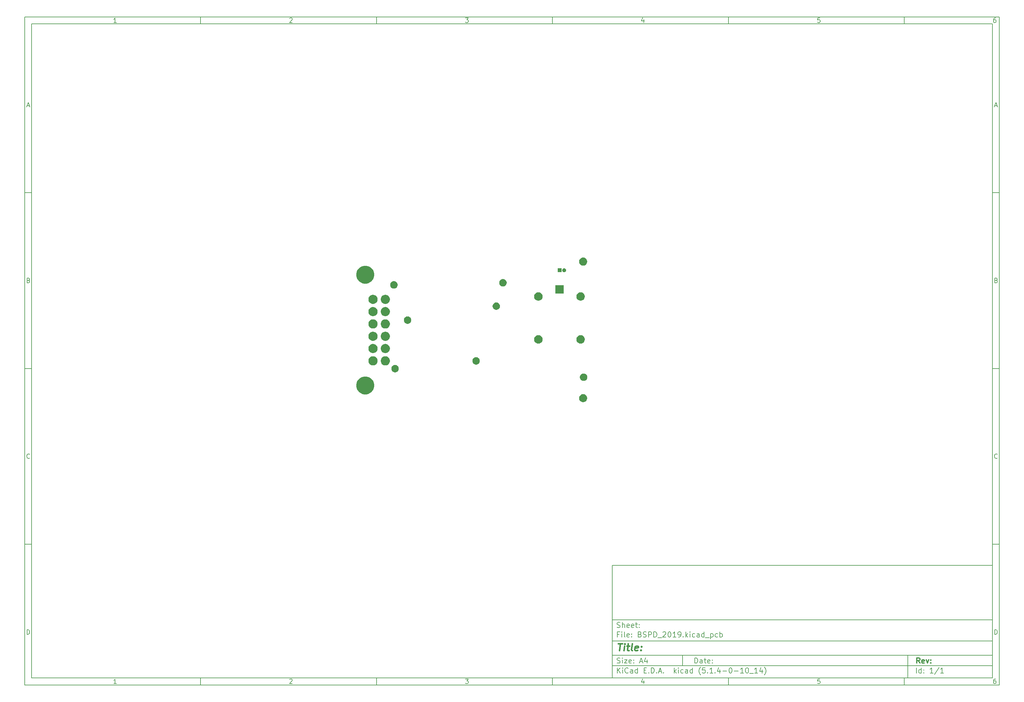
<source format=gbr>
G04 #@! TF.GenerationSoftware,KiCad,Pcbnew,(5.1.4-0-10_14)*
G04 #@! TF.CreationDate,2019-11-07T13:02:38-08:00*
G04 #@! TF.ProjectId,BSPD_2019,42535044-5f32-4303-9139-2e6b69636164,rev?*
G04 #@! TF.SameCoordinates,Original*
G04 #@! TF.FileFunction,Soldermask,Bot*
G04 #@! TF.FilePolarity,Negative*
%FSLAX46Y46*%
G04 Gerber Fmt 4.6, Leading zero omitted, Abs format (unit mm)*
G04 Created by KiCad (PCBNEW (5.1.4-0-10_14)) date 2019-11-07 13:02:38*
%MOMM*%
%LPD*%
G04 APERTURE LIST*
%ADD10C,0.100000*%
%ADD11C,0.150000*%
%ADD12C,0.300000*%
%ADD13C,0.400000*%
G04 APERTURE END LIST*
D10*
D11*
X177002200Y-166007200D02*
X177002200Y-198007200D01*
X285002200Y-198007200D01*
X285002200Y-166007200D01*
X177002200Y-166007200D01*
D10*
D11*
X10000000Y-10000000D02*
X10000000Y-200007200D01*
X287002200Y-200007200D01*
X287002200Y-10000000D01*
X10000000Y-10000000D01*
D10*
D11*
X12000000Y-12000000D02*
X12000000Y-198007200D01*
X285002200Y-198007200D01*
X285002200Y-12000000D01*
X12000000Y-12000000D01*
D10*
D11*
X60000000Y-12000000D02*
X60000000Y-10000000D01*
D10*
D11*
X110000000Y-12000000D02*
X110000000Y-10000000D01*
D10*
D11*
X160000000Y-12000000D02*
X160000000Y-10000000D01*
D10*
D11*
X210000000Y-12000000D02*
X210000000Y-10000000D01*
D10*
D11*
X260000000Y-12000000D02*
X260000000Y-10000000D01*
D10*
D11*
X36065476Y-11588095D02*
X35322619Y-11588095D01*
X35694047Y-11588095D02*
X35694047Y-10288095D01*
X35570238Y-10473809D01*
X35446428Y-10597619D01*
X35322619Y-10659523D01*
D10*
D11*
X85322619Y-10411904D02*
X85384523Y-10350000D01*
X85508333Y-10288095D01*
X85817857Y-10288095D01*
X85941666Y-10350000D01*
X86003571Y-10411904D01*
X86065476Y-10535714D01*
X86065476Y-10659523D01*
X86003571Y-10845238D01*
X85260714Y-11588095D01*
X86065476Y-11588095D01*
D10*
D11*
X135260714Y-10288095D02*
X136065476Y-10288095D01*
X135632142Y-10783333D01*
X135817857Y-10783333D01*
X135941666Y-10845238D01*
X136003571Y-10907142D01*
X136065476Y-11030952D01*
X136065476Y-11340476D01*
X136003571Y-11464285D01*
X135941666Y-11526190D01*
X135817857Y-11588095D01*
X135446428Y-11588095D01*
X135322619Y-11526190D01*
X135260714Y-11464285D01*
D10*
D11*
X185941666Y-10721428D02*
X185941666Y-11588095D01*
X185632142Y-10226190D02*
X185322619Y-11154761D01*
X186127380Y-11154761D01*
D10*
D11*
X236003571Y-10288095D02*
X235384523Y-10288095D01*
X235322619Y-10907142D01*
X235384523Y-10845238D01*
X235508333Y-10783333D01*
X235817857Y-10783333D01*
X235941666Y-10845238D01*
X236003571Y-10907142D01*
X236065476Y-11030952D01*
X236065476Y-11340476D01*
X236003571Y-11464285D01*
X235941666Y-11526190D01*
X235817857Y-11588095D01*
X235508333Y-11588095D01*
X235384523Y-11526190D01*
X235322619Y-11464285D01*
D10*
D11*
X285941666Y-10288095D02*
X285694047Y-10288095D01*
X285570238Y-10350000D01*
X285508333Y-10411904D01*
X285384523Y-10597619D01*
X285322619Y-10845238D01*
X285322619Y-11340476D01*
X285384523Y-11464285D01*
X285446428Y-11526190D01*
X285570238Y-11588095D01*
X285817857Y-11588095D01*
X285941666Y-11526190D01*
X286003571Y-11464285D01*
X286065476Y-11340476D01*
X286065476Y-11030952D01*
X286003571Y-10907142D01*
X285941666Y-10845238D01*
X285817857Y-10783333D01*
X285570238Y-10783333D01*
X285446428Y-10845238D01*
X285384523Y-10907142D01*
X285322619Y-11030952D01*
D10*
D11*
X60000000Y-198007200D02*
X60000000Y-200007200D01*
D10*
D11*
X110000000Y-198007200D02*
X110000000Y-200007200D01*
D10*
D11*
X160000000Y-198007200D02*
X160000000Y-200007200D01*
D10*
D11*
X210000000Y-198007200D02*
X210000000Y-200007200D01*
D10*
D11*
X260000000Y-198007200D02*
X260000000Y-200007200D01*
D10*
D11*
X36065476Y-199595295D02*
X35322619Y-199595295D01*
X35694047Y-199595295D02*
X35694047Y-198295295D01*
X35570238Y-198481009D01*
X35446428Y-198604819D01*
X35322619Y-198666723D01*
D10*
D11*
X85322619Y-198419104D02*
X85384523Y-198357200D01*
X85508333Y-198295295D01*
X85817857Y-198295295D01*
X85941666Y-198357200D01*
X86003571Y-198419104D01*
X86065476Y-198542914D01*
X86065476Y-198666723D01*
X86003571Y-198852438D01*
X85260714Y-199595295D01*
X86065476Y-199595295D01*
D10*
D11*
X135260714Y-198295295D02*
X136065476Y-198295295D01*
X135632142Y-198790533D01*
X135817857Y-198790533D01*
X135941666Y-198852438D01*
X136003571Y-198914342D01*
X136065476Y-199038152D01*
X136065476Y-199347676D01*
X136003571Y-199471485D01*
X135941666Y-199533390D01*
X135817857Y-199595295D01*
X135446428Y-199595295D01*
X135322619Y-199533390D01*
X135260714Y-199471485D01*
D10*
D11*
X185941666Y-198728628D02*
X185941666Y-199595295D01*
X185632142Y-198233390D02*
X185322619Y-199161961D01*
X186127380Y-199161961D01*
D10*
D11*
X236003571Y-198295295D02*
X235384523Y-198295295D01*
X235322619Y-198914342D01*
X235384523Y-198852438D01*
X235508333Y-198790533D01*
X235817857Y-198790533D01*
X235941666Y-198852438D01*
X236003571Y-198914342D01*
X236065476Y-199038152D01*
X236065476Y-199347676D01*
X236003571Y-199471485D01*
X235941666Y-199533390D01*
X235817857Y-199595295D01*
X235508333Y-199595295D01*
X235384523Y-199533390D01*
X235322619Y-199471485D01*
D10*
D11*
X285941666Y-198295295D02*
X285694047Y-198295295D01*
X285570238Y-198357200D01*
X285508333Y-198419104D01*
X285384523Y-198604819D01*
X285322619Y-198852438D01*
X285322619Y-199347676D01*
X285384523Y-199471485D01*
X285446428Y-199533390D01*
X285570238Y-199595295D01*
X285817857Y-199595295D01*
X285941666Y-199533390D01*
X286003571Y-199471485D01*
X286065476Y-199347676D01*
X286065476Y-199038152D01*
X286003571Y-198914342D01*
X285941666Y-198852438D01*
X285817857Y-198790533D01*
X285570238Y-198790533D01*
X285446428Y-198852438D01*
X285384523Y-198914342D01*
X285322619Y-199038152D01*
D10*
D11*
X10000000Y-60000000D02*
X12000000Y-60000000D01*
D10*
D11*
X10000000Y-110000000D02*
X12000000Y-110000000D01*
D10*
D11*
X10000000Y-160000000D02*
X12000000Y-160000000D01*
D10*
D11*
X10690476Y-35216666D02*
X11309523Y-35216666D01*
X10566666Y-35588095D02*
X11000000Y-34288095D01*
X11433333Y-35588095D01*
D10*
D11*
X11092857Y-84907142D02*
X11278571Y-84969047D01*
X11340476Y-85030952D01*
X11402380Y-85154761D01*
X11402380Y-85340476D01*
X11340476Y-85464285D01*
X11278571Y-85526190D01*
X11154761Y-85588095D01*
X10659523Y-85588095D01*
X10659523Y-84288095D01*
X11092857Y-84288095D01*
X11216666Y-84350000D01*
X11278571Y-84411904D01*
X11340476Y-84535714D01*
X11340476Y-84659523D01*
X11278571Y-84783333D01*
X11216666Y-84845238D01*
X11092857Y-84907142D01*
X10659523Y-84907142D01*
D10*
D11*
X11402380Y-135464285D02*
X11340476Y-135526190D01*
X11154761Y-135588095D01*
X11030952Y-135588095D01*
X10845238Y-135526190D01*
X10721428Y-135402380D01*
X10659523Y-135278571D01*
X10597619Y-135030952D01*
X10597619Y-134845238D01*
X10659523Y-134597619D01*
X10721428Y-134473809D01*
X10845238Y-134350000D01*
X11030952Y-134288095D01*
X11154761Y-134288095D01*
X11340476Y-134350000D01*
X11402380Y-134411904D01*
D10*
D11*
X10659523Y-185588095D02*
X10659523Y-184288095D01*
X10969047Y-184288095D01*
X11154761Y-184350000D01*
X11278571Y-184473809D01*
X11340476Y-184597619D01*
X11402380Y-184845238D01*
X11402380Y-185030952D01*
X11340476Y-185278571D01*
X11278571Y-185402380D01*
X11154761Y-185526190D01*
X10969047Y-185588095D01*
X10659523Y-185588095D01*
D10*
D11*
X287002200Y-60000000D02*
X285002200Y-60000000D01*
D10*
D11*
X287002200Y-110000000D02*
X285002200Y-110000000D01*
D10*
D11*
X287002200Y-160000000D02*
X285002200Y-160000000D01*
D10*
D11*
X285692676Y-35216666D02*
X286311723Y-35216666D01*
X285568866Y-35588095D02*
X286002200Y-34288095D01*
X286435533Y-35588095D01*
D10*
D11*
X286095057Y-84907142D02*
X286280771Y-84969047D01*
X286342676Y-85030952D01*
X286404580Y-85154761D01*
X286404580Y-85340476D01*
X286342676Y-85464285D01*
X286280771Y-85526190D01*
X286156961Y-85588095D01*
X285661723Y-85588095D01*
X285661723Y-84288095D01*
X286095057Y-84288095D01*
X286218866Y-84350000D01*
X286280771Y-84411904D01*
X286342676Y-84535714D01*
X286342676Y-84659523D01*
X286280771Y-84783333D01*
X286218866Y-84845238D01*
X286095057Y-84907142D01*
X285661723Y-84907142D01*
D10*
D11*
X286404580Y-135464285D02*
X286342676Y-135526190D01*
X286156961Y-135588095D01*
X286033152Y-135588095D01*
X285847438Y-135526190D01*
X285723628Y-135402380D01*
X285661723Y-135278571D01*
X285599819Y-135030952D01*
X285599819Y-134845238D01*
X285661723Y-134597619D01*
X285723628Y-134473809D01*
X285847438Y-134350000D01*
X286033152Y-134288095D01*
X286156961Y-134288095D01*
X286342676Y-134350000D01*
X286404580Y-134411904D01*
D10*
D11*
X285661723Y-185588095D02*
X285661723Y-184288095D01*
X285971247Y-184288095D01*
X286156961Y-184350000D01*
X286280771Y-184473809D01*
X286342676Y-184597619D01*
X286404580Y-184845238D01*
X286404580Y-185030952D01*
X286342676Y-185278571D01*
X286280771Y-185402380D01*
X286156961Y-185526190D01*
X285971247Y-185588095D01*
X285661723Y-185588095D01*
D10*
D11*
X200434342Y-193785771D02*
X200434342Y-192285771D01*
X200791485Y-192285771D01*
X201005771Y-192357200D01*
X201148628Y-192500057D01*
X201220057Y-192642914D01*
X201291485Y-192928628D01*
X201291485Y-193142914D01*
X201220057Y-193428628D01*
X201148628Y-193571485D01*
X201005771Y-193714342D01*
X200791485Y-193785771D01*
X200434342Y-193785771D01*
X202577200Y-193785771D02*
X202577200Y-193000057D01*
X202505771Y-192857200D01*
X202362914Y-192785771D01*
X202077200Y-192785771D01*
X201934342Y-192857200D01*
X202577200Y-193714342D02*
X202434342Y-193785771D01*
X202077200Y-193785771D01*
X201934342Y-193714342D01*
X201862914Y-193571485D01*
X201862914Y-193428628D01*
X201934342Y-193285771D01*
X202077200Y-193214342D01*
X202434342Y-193214342D01*
X202577200Y-193142914D01*
X203077200Y-192785771D02*
X203648628Y-192785771D01*
X203291485Y-192285771D02*
X203291485Y-193571485D01*
X203362914Y-193714342D01*
X203505771Y-193785771D01*
X203648628Y-193785771D01*
X204720057Y-193714342D02*
X204577200Y-193785771D01*
X204291485Y-193785771D01*
X204148628Y-193714342D01*
X204077200Y-193571485D01*
X204077200Y-193000057D01*
X204148628Y-192857200D01*
X204291485Y-192785771D01*
X204577200Y-192785771D01*
X204720057Y-192857200D01*
X204791485Y-193000057D01*
X204791485Y-193142914D01*
X204077200Y-193285771D01*
X205434342Y-193642914D02*
X205505771Y-193714342D01*
X205434342Y-193785771D01*
X205362914Y-193714342D01*
X205434342Y-193642914D01*
X205434342Y-193785771D01*
X205434342Y-192857200D02*
X205505771Y-192928628D01*
X205434342Y-193000057D01*
X205362914Y-192928628D01*
X205434342Y-192857200D01*
X205434342Y-193000057D01*
D10*
D11*
X177002200Y-194507200D02*
X285002200Y-194507200D01*
D10*
D11*
X178434342Y-196585771D02*
X178434342Y-195085771D01*
X179291485Y-196585771D02*
X178648628Y-195728628D01*
X179291485Y-195085771D02*
X178434342Y-195942914D01*
X179934342Y-196585771D02*
X179934342Y-195585771D01*
X179934342Y-195085771D02*
X179862914Y-195157200D01*
X179934342Y-195228628D01*
X180005771Y-195157200D01*
X179934342Y-195085771D01*
X179934342Y-195228628D01*
X181505771Y-196442914D02*
X181434342Y-196514342D01*
X181220057Y-196585771D01*
X181077200Y-196585771D01*
X180862914Y-196514342D01*
X180720057Y-196371485D01*
X180648628Y-196228628D01*
X180577200Y-195942914D01*
X180577200Y-195728628D01*
X180648628Y-195442914D01*
X180720057Y-195300057D01*
X180862914Y-195157200D01*
X181077200Y-195085771D01*
X181220057Y-195085771D01*
X181434342Y-195157200D01*
X181505771Y-195228628D01*
X182791485Y-196585771D02*
X182791485Y-195800057D01*
X182720057Y-195657200D01*
X182577200Y-195585771D01*
X182291485Y-195585771D01*
X182148628Y-195657200D01*
X182791485Y-196514342D02*
X182648628Y-196585771D01*
X182291485Y-196585771D01*
X182148628Y-196514342D01*
X182077200Y-196371485D01*
X182077200Y-196228628D01*
X182148628Y-196085771D01*
X182291485Y-196014342D01*
X182648628Y-196014342D01*
X182791485Y-195942914D01*
X184148628Y-196585771D02*
X184148628Y-195085771D01*
X184148628Y-196514342D02*
X184005771Y-196585771D01*
X183720057Y-196585771D01*
X183577200Y-196514342D01*
X183505771Y-196442914D01*
X183434342Y-196300057D01*
X183434342Y-195871485D01*
X183505771Y-195728628D01*
X183577200Y-195657200D01*
X183720057Y-195585771D01*
X184005771Y-195585771D01*
X184148628Y-195657200D01*
X186005771Y-195800057D02*
X186505771Y-195800057D01*
X186720057Y-196585771D02*
X186005771Y-196585771D01*
X186005771Y-195085771D01*
X186720057Y-195085771D01*
X187362914Y-196442914D02*
X187434342Y-196514342D01*
X187362914Y-196585771D01*
X187291485Y-196514342D01*
X187362914Y-196442914D01*
X187362914Y-196585771D01*
X188077200Y-196585771D02*
X188077200Y-195085771D01*
X188434342Y-195085771D01*
X188648628Y-195157200D01*
X188791485Y-195300057D01*
X188862914Y-195442914D01*
X188934342Y-195728628D01*
X188934342Y-195942914D01*
X188862914Y-196228628D01*
X188791485Y-196371485D01*
X188648628Y-196514342D01*
X188434342Y-196585771D01*
X188077200Y-196585771D01*
X189577200Y-196442914D02*
X189648628Y-196514342D01*
X189577200Y-196585771D01*
X189505771Y-196514342D01*
X189577200Y-196442914D01*
X189577200Y-196585771D01*
X190220057Y-196157200D02*
X190934342Y-196157200D01*
X190077200Y-196585771D02*
X190577200Y-195085771D01*
X191077200Y-196585771D01*
X191577200Y-196442914D02*
X191648628Y-196514342D01*
X191577200Y-196585771D01*
X191505771Y-196514342D01*
X191577200Y-196442914D01*
X191577200Y-196585771D01*
X194577200Y-196585771D02*
X194577200Y-195085771D01*
X194720057Y-196014342D02*
X195148628Y-196585771D01*
X195148628Y-195585771D02*
X194577200Y-196157200D01*
X195791485Y-196585771D02*
X195791485Y-195585771D01*
X195791485Y-195085771D02*
X195720057Y-195157200D01*
X195791485Y-195228628D01*
X195862914Y-195157200D01*
X195791485Y-195085771D01*
X195791485Y-195228628D01*
X197148628Y-196514342D02*
X197005771Y-196585771D01*
X196720057Y-196585771D01*
X196577200Y-196514342D01*
X196505771Y-196442914D01*
X196434342Y-196300057D01*
X196434342Y-195871485D01*
X196505771Y-195728628D01*
X196577200Y-195657200D01*
X196720057Y-195585771D01*
X197005771Y-195585771D01*
X197148628Y-195657200D01*
X198434342Y-196585771D02*
X198434342Y-195800057D01*
X198362914Y-195657200D01*
X198220057Y-195585771D01*
X197934342Y-195585771D01*
X197791485Y-195657200D01*
X198434342Y-196514342D02*
X198291485Y-196585771D01*
X197934342Y-196585771D01*
X197791485Y-196514342D01*
X197720057Y-196371485D01*
X197720057Y-196228628D01*
X197791485Y-196085771D01*
X197934342Y-196014342D01*
X198291485Y-196014342D01*
X198434342Y-195942914D01*
X199791485Y-196585771D02*
X199791485Y-195085771D01*
X199791485Y-196514342D02*
X199648628Y-196585771D01*
X199362914Y-196585771D01*
X199220057Y-196514342D01*
X199148628Y-196442914D01*
X199077200Y-196300057D01*
X199077200Y-195871485D01*
X199148628Y-195728628D01*
X199220057Y-195657200D01*
X199362914Y-195585771D01*
X199648628Y-195585771D01*
X199791485Y-195657200D01*
X202077200Y-197157200D02*
X202005771Y-197085771D01*
X201862914Y-196871485D01*
X201791485Y-196728628D01*
X201720057Y-196514342D01*
X201648628Y-196157200D01*
X201648628Y-195871485D01*
X201720057Y-195514342D01*
X201791485Y-195300057D01*
X201862914Y-195157200D01*
X202005771Y-194942914D01*
X202077200Y-194871485D01*
X203362914Y-195085771D02*
X202648628Y-195085771D01*
X202577200Y-195800057D01*
X202648628Y-195728628D01*
X202791485Y-195657200D01*
X203148628Y-195657200D01*
X203291485Y-195728628D01*
X203362914Y-195800057D01*
X203434342Y-195942914D01*
X203434342Y-196300057D01*
X203362914Y-196442914D01*
X203291485Y-196514342D01*
X203148628Y-196585771D01*
X202791485Y-196585771D01*
X202648628Y-196514342D01*
X202577200Y-196442914D01*
X204077200Y-196442914D02*
X204148628Y-196514342D01*
X204077200Y-196585771D01*
X204005771Y-196514342D01*
X204077200Y-196442914D01*
X204077200Y-196585771D01*
X205577200Y-196585771D02*
X204720057Y-196585771D01*
X205148628Y-196585771D02*
X205148628Y-195085771D01*
X205005771Y-195300057D01*
X204862914Y-195442914D01*
X204720057Y-195514342D01*
X206220057Y-196442914D02*
X206291485Y-196514342D01*
X206220057Y-196585771D01*
X206148628Y-196514342D01*
X206220057Y-196442914D01*
X206220057Y-196585771D01*
X207577200Y-195585771D02*
X207577200Y-196585771D01*
X207220057Y-195014342D02*
X206862914Y-196085771D01*
X207791485Y-196085771D01*
X208362914Y-196014342D02*
X209505771Y-196014342D01*
X210505771Y-195085771D02*
X210648628Y-195085771D01*
X210791485Y-195157200D01*
X210862914Y-195228628D01*
X210934342Y-195371485D01*
X211005771Y-195657200D01*
X211005771Y-196014342D01*
X210934342Y-196300057D01*
X210862914Y-196442914D01*
X210791485Y-196514342D01*
X210648628Y-196585771D01*
X210505771Y-196585771D01*
X210362914Y-196514342D01*
X210291485Y-196442914D01*
X210220057Y-196300057D01*
X210148628Y-196014342D01*
X210148628Y-195657200D01*
X210220057Y-195371485D01*
X210291485Y-195228628D01*
X210362914Y-195157200D01*
X210505771Y-195085771D01*
X211648628Y-196014342D02*
X212791485Y-196014342D01*
X214291485Y-196585771D02*
X213434342Y-196585771D01*
X213862914Y-196585771D02*
X213862914Y-195085771D01*
X213720057Y-195300057D01*
X213577200Y-195442914D01*
X213434342Y-195514342D01*
X215220057Y-195085771D02*
X215362914Y-195085771D01*
X215505771Y-195157200D01*
X215577200Y-195228628D01*
X215648628Y-195371485D01*
X215720057Y-195657200D01*
X215720057Y-196014342D01*
X215648628Y-196300057D01*
X215577200Y-196442914D01*
X215505771Y-196514342D01*
X215362914Y-196585771D01*
X215220057Y-196585771D01*
X215077200Y-196514342D01*
X215005771Y-196442914D01*
X214934342Y-196300057D01*
X214862914Y-196014342D01*
X214862914Y-195657200D01*
X214934342Y-195371485D01*
X215005771Y-195228628D01*
X215077200Y-195157200D01*
X215220057Y-195085771D01*
X216005771Y-196728628D02*
X217148628Y-196728628D01*
X218291485Y-196585771D02*
X217434342Y-196585771D01*
X217862914Y-196585771D02*
X217862914Y-195085771D01*
X217720057Y-195300057D01*
X217577200Y-195442914D01*
X217434342Y-195514342D01*
X219577200Y-195585771D02*
X219577200Y-196585771D01*
X219220057Y-195014342D02*
X218862914Y-196085771D01*
X219791485Y-196085771D01*
X220220057Y-197157200D02*
X220291485Y-197085771D01*
X220434342Y-196871485D01*
X220505771Y-196728628D01*
X220577200Y-196514342D01*
X220648628Y-196157200D01*
X220648628Y-195871485D01*
X220577200Y-195514342D01*
X220505771Y-195300057D01*
X220434342Y-195157200D01*
X220291485Y-194942914D01*
X220220057Y-194871485D01*
D10*
D11*
X177002200Y-191507200D02*
X285002200Y-191507200D01*
D10*
D12*
X264411485Y-193785771D02*
X263911485Y-193071485D01*
X263554342Y-193785771D02*
X263554342Y-192285771D01*
X264125771Y-192285771D01*
X264268628Y-192357200D01*
X264340057Y-192428628D01*
X264411485Y-192571485D01*
X264411485Y-192785771D01*
X264340057Y-192928628D01*
X264268628Y-193000057D01*
X264125771Y-193071485D01*
X263554342Y-193071485D01*
X265625771Y-193714342D02*
X265482914Y-193785771D01*
X265197200Y-193785771D01*
X265054342Y-193714342D01*
X264982914Y-193571485D01*
X264982914Y-193000057D01*
X265054342Y-192857200D01*
X265197200Y-192785771D01*
X265482914Y-192785771D01*
X265625771Y-192857200D01*
X265697200Y-193000057D01*
X265697200Y-193142914D01*
X264982914Y-193285771D01*
X266197200Y-192785771D02*
X266554342Y-193785771D01*
X266911485Y-192785771D01*
X267482914Y-193642914D02*
X267554342Y-193714342D01*
X267482914Y-193785771D01*
X267411485Y-193714342D01*
X267482914Y-193642914D01*
X267482914Y-193785771D01*
X267482914Y-192857200D02*
X267554342Y-192928628D01*
X267482914Y-193000057D01*
X267411485Y-192928628D01*
X267482914Y-192857200D01*
X267482914Y-193000057D01*
D10*
D11*
X178362914Y-193714342D02*
X178577200Y-193785771D01*
X178934342Y-193785771D01*
X179077200Y-193714342D01*
X179148628Y-193642914D01*
X179220057Y-193500057D01*
X179220057Y-193357200D01*
X179148628Y-193214342D01*
X179077200Y-193142914D01*
X178934342Y-193071485D01*
X178648628Y-193000057D01*
X178505771Y-192928628D01*
X178434342Y-192857200D01*
X178362914Y-192714342D01*
X178362914Y-192571485D01*
X178434342Y-192428628D01*
X178505771Y-192357200D01*
X178648628Y-192285771D01*
X179005771Y-192285771D01*
X179220057Y-192357200D01*
X179862914Y-193785771D02*
X179862914Y-192785771D01*
X179862914Y-192285771D02*
X179791485Y-192357200D01*
X179862914Y-192428628D01*
X179934342Y-192357200D01*
X179862914Y-192285771D01*
X179862914Y-192428628D01*
X180434342Y-192785771D02*
X181220057Y-192785771D01*
X180434342Y-193785771D01*
X181220057Y-193785771D01*
X182362914Y-193714342D02*
X182220057Y-193785771D01*
X181934342Y-193785771D01*
X181791485Y-193714342D01*
X181720057Y-193571485D01*
X181720057Y-193000057D01*
X181791485Y-192857200D01*
X181934342Y-192785771D01*
X182220057Y-192785771D01*
X182362914Y-192857200D01*
X182434342Y-193000057D01*
X182434342Y-193142914D01*
X181720057Y-193285771D01*
X183077200Y-193642914D02*
X183148628Y-193714342D01*
X183077200Y-193785771D01*
X183005771Y-193714342D01*
X183077200Y-193642914D01*
X183077200Y-193785771D01*
X183077200Y-192857200D02*
X183148628Y-192928628D01*
X183077200Y-193000057D01*
X183005771Y-192928628D01*
X183077200Y-192857200D01*
X183077200Y-193000057D01*
X184862914Y-193357200D02*
X185577200Y-193357200D01*
X184720057Y-193785771D02*
X185220057Y-192285771D01*
X185720057Y-193785771D01*
X186862914Y-192785771D02*
X186862914Y-193785771D01*
X186505771Y-192214342D02*
X186148628Y-193285771D01*
X187077200Y-193285771D01*
D10*
D11*
X263434342Y-196585771D02*
X263434342Y-195085771D01*
X264791485Y-196585771D02*
X264791485Y-195085771D01*
X264791485Y-196514342D02*
X264648628Y-196585771D01*
X264362914Y-196585771D01*
X264220057Y-196514342D01*
X264148628Y-196442914D01*
X264077200Y-196300057D01*
X264077200Y-195871485D01*
X264148628Y-195728628D01*
X264220057Y-195657200D01*
X264362914Y-195585771D01*
X264648628Y-195585771D01*
X264791485Y-195657200D01*
X265505771Y-196442914D02*
X265577200Y-196514342D01*
X265505771Y-196585771D01*
X265434342Y-196514342D01*
X265505771Y-196442914D01*
X265505771Y-196585771D01*
X265505771Y-195657200D02*
X265577200Y-195728628D01*
X265505771Y-195800057D01*
X265434342Y-195728628D01*
X265505771Y-195657200D01*
X265505771Y-195800057D01*
X268148628Y-196585771D02*
X267291485Y-196585771D01*
X267720057Y-196585771D02*
X267720057Y-195085771D01*
X267577200Y-195300057D01*
X267434342Y-195442914D01*
X267291485Y-195514342D01*
X269862914Y-195014342D02*
X268577200Y-196942914D01*
X271148628Y-196585771D02*
X270291485Y-196585771D01*
X270720057Y-196585771D02*
X270720057Y-195085771D01*
X270577200Y-195300057D01*
X270434342Y-195442914D01*
X270291485Y-195514342D01*
D10*
D11*
X177002200Y-187507200D02*
X285002200Y-187507200D01*
D10*
D13*
X178714580Y-188211961D02*
X179857438Y-188211961D01*
X179036009Y-190211961D02*
X179286009Y-188211961D01*
X180274104Y-190211961D02*
X180440771Y-188878628D01*
X180524104Y-188211961D02*
X180416961Y-188307200D01*
X180500295Y-188402438D01*
X180607438Y-188307200D01*
X180524104Y-188211961D01*
X180500295Y-188402438D01*
X181107438Y-188878628D02*
X181869342Y-188878628D01*
X181476485Y-188211961D02*
X181262200Y-189926247D01*
X181333628Y-190116723D01*
X181512200Y-190211961D01*
X181702676Y-190211961D01*
X182655057Y-190211961D02*
X182476485Y-190116723D01*
X182405057Y-189926247D01*
X182619342Y-188211961D01*
X184190771Y-190116723D02*
X183988390Y-190211961D01*
X183607438Y-190211961D01*
X183428866Y-190116723D01*
X183357438Y-189926247D01*
X183452676Y-189164342D01*
X183571723Y-188973866D01*
X183774104Y-188878628D01*
X184155057Y-188878628D01*
X184333628Y-188973866D01*
X184405057Y-189164342D01*
X184381247Y-189354819D01*
X183405057Y-189545295D01*
X185155057Y-190021485D02*
X185238390Y-190116723D01*
X185131247Y-190211961D01*
X185047914Y-190116723D01*
X185155057Y-190021485D01*
X185131247Y-190211961D01*
X185286009Y-188973866D02*
X185369342Y-189069104D01*
X185262200Y-189164342D01*
X185178866Y-189069104D01*
X185286009Y-188973866D01*
X185262200Y-189164342D01*
D10*
D11*
X178934342Y-185600057D02*
X178434342Y-185600057D01*
X178434342Y-186385771D02*
X178434342Y-184885771D01*
X179148628Y-184885771D01*
X179720057Y-186385771D02*
X179720057Y-185385771D01*
X179720057Y-184885771D02*
X179648628Y-184957200D01*
X179720057Y-185028628D01*
X179791485Y-184957200D01*
X179720057Y-184885771D01*
X179720057Y-185028628D01*
X180648628Y-186385771D02*
X180505771Y-186314342D01*
X180434342Y-186171485D01*
X180434342Y-184885771D01*
X181791485Y-186314342D02*
X181648628Y-186385771D01*
X181362914Y-186385771D01*
X181220057Y-186314342D01*
X181148628Y-186171485D01*
X181148628Y-185600057D01*
X181220057Y-185457200D01*
X181362914Y-185385771D01*
X181648628Y-185385771D01*
X181791485Y-185457200D01*
X181862914Y-185600057D01*
X181862914Y-185742914D01*
X181148628Y-185885771D01*
X182505771Y-186242914D02*
X182577200Y-186314342D01*
X182505771Y-186385771D01*
X182434342Y-186314342D01*
X182505771Y-186242914D01*
X182505771Y-186385771D01*
X182505771Y-185457200D02*
X182577200Y-185528628D01*
X182505771Y-185600057D01*
X182434342Y-185528628D01*
X182505771Y-185457200D01*
X182505771Y-185600057D01*
X184862914Y-185600057D02*
X185077200Y-185671485D01*
X185148628Y-185742914D01*
X185220057Y-185885771D01*
X185220057Y-186100057D01*
X185148628Y-186242914D01*
X185077200Y-186314342D01*
X184934342Y-186385771D01*
X184362914Y-186385771D01*
X184362914Y-184885771D01*
X184862914Y-184885771D01*
X185005771Y-184957200D01*
X185077200Y-185028628D01*
X185148628Y-185171485D01*
X185148628Y-185314342D01*
X185077200Y-185457200D01*
X185005771Y-185528628D01*
X184862914Y-185600057D01*
X184362914Y-185600057D01*
X185791485Y-186314342D02*
X186005771Y-186385771D01*
X186362914Y-186385771D01*
X186505771Y-186314342D01*
X186577200Y-186242914D01*
X186648628Y-186100057D01*
X186648628Y-185957200D01*
X186577200Y-185814342D01*
X186505771Y-185742914D01*
X186362914Y-185671485D01*
X186077200Y-185600057D01*
X185934342Y-185528628D01*
X185862914Y-185457200D01*
X185791485Y-185314342D01*
X185791485Y-185171485D01*
X185862914Y-185028628D01*
X185934342Y-184957200D01*
X186077200Y-184885771D01*
X186434342Y-184885771D01*
X186648628Y-184957200D01*
X187291485Y-186385771D02*
X187291485Y-184885771D01*
X187862914Y-184885771D01*
X188005771Y-184957200D01*
X188077200Y-185028628D01*
X188148628Y-185171485D01*
X188148628Y-185385771D01*
X188077200Y-185528628D01*
X188005771Y-185600057D01*
X187862914Y-185671485D01*
X187291485Y-185671485D01*
X188791485Y-186385771D02*
X188791485Y-184885771D01*
X189148628Y-184885771D01*
X189362914Y-184957200D01*
X189505771Y-185100057D01*
X189577200Y-185242914D01*
X189648628Y-185528628D01*
X189648628Y-185742914D01*
X189577200Y-186028628D01*
X189505771Y-186171485D01*
X189362914Y-186314342D01*
X189148628Y-186385771D01*
X188791485Y-186385771D01*
X189934342Y-186528628D02*
X191077200Y-186528628D01*
X191362914Y-185028628D02*
X191434342Y-184957200D01*
X191577200Y-184885771D01*
X191934342Y-184885771D01*
X192077200Y-184957200D01*
X192148628Y-185028628D01*
X192220057Y-185171485D01*
X192220057Y-185314342D01*
X192148628Y-185528628D01*
X191291485Y-186385771D01*
X192220057Y-186385771D01*
X193148628Y-184885771D02*
X193291485Y-184885771D01*
X193434342Y-184957200D01*
X193505771Y-185028628D01*
X193577200Y-185171485D01*
X193648628Y-185457200D01*
X193648628Y-185814342D01*
X193577200Y-186100057D01*
X193505771Y-186242914D01*
X193434342Y-186314342D01*
X193291485Y-186385771D01*
X193148628Y-186385771D01*
X193005771Y-186314342D01*
X192934342Y-186242914D01*
X192862914Y-186100057D01*
X192791485Y-185814342D01*
X192791485Y-185457200D01*
X192862914Y-185171485D01*
X192934342Y-185028628D01*
X193005771Y-184957200D01*
X193148628Y-184885771D01*
X195077200Y-186385771D02*
X194220057Y-186385771D01*
X194648628Y-186385771D02*
X194648628Y-184885771D01*
X194505771Y-185100057D01*
X194362914Y-185242914D01*
X194220057Y-185314342D01*
X195791485Y-186385771D02*
X196077200Y-186385771D01*
X196220057Y-186314342D01*
X196291485Y-186242914D01*
X196434342Y-186028628D01*
X196505771Y-185742914D01*
X196505771Y-185171485D01*
X196434342Y-185028628D01*
X196362914Y-184957200D01*
X196220057Y-184885771D01*
X195934342Y-184885771D01*
X195791485Y-184957200D01*
X195720057Y-185028628D01*
X195648628Y-185171485D01*
X195648628Y-185528628D01*
X195720057Y-185671485D01*
X195791485Y-185742914D01*
X195934342Y-185814342D01*
X196220057Y-185814342D01*
X196362914Y-185742914D01*
X196434342Y-185671485D01*
X196505771Y-185528628D01*
X197148628Y-186242914D02*
X197220057Y-186314342D01*
X197148628Y-186385771D01*
X197077200Y-186314342D01*
X197148628Y-186242914D01*
X197148628Y-186385771D01*
X197862914Y-186385771D02*
X197862914Y-184885771D01*
X198005771Y-185814342D02*
X198434342Y-186385771D01*
X198434342Y-185385771D02*
X197862914Y-185957200D01*
X199077200Y-186385771D02*
X199077200Y-185385771D01*
X199077200Y-184885771D02*
X199005771Y-184957200D01*
X199077200Y-185028628D01*
X199148628Y-184957200D01*
X199077200Y-184885771D01*
X199077200Y-185028628D01*
X200434342Y-186314342D02*
X200291485Y-186385771D01*
X200005771Y-186385771D01*
X199862914Y-186314342D01*
X199791485Y-186242914D01*
X199720057Y-186100057D01*
X199720057Y-185671485D01*
X199791485Y-185528628D01*
X199862914Y-185457200D01*
X200005771Y-185385771D01*
X200291485Y-185385771D01*
X200434342Y-185457200D01*
X201720057Y-186385771D02*
X201720057Y-185600057D01*
X201648628Y-185457200D01*
X201505771Y-185385771D01*
X201220057Y-185385771D01*
X201077200Y-185457200D01*
X201720057Y-186314342D02*
X201577200Y-186385771D01*
X201220057Y-186385771D01*
X201077200Y-186314342D01*
X201005771Y-186171485D01*
X201005771Y-186028628D01*
X201077200Y-185885771D01*
X201220057Y-185814342D01*
X201577200Y-185814342D01*
X201720057Y-185742914D01*
X203077200Y-186385771D02*
X203077200Y-184885771D01*
X203077200Y-186314342D02*
X202934342Y-186385771D01*
X202648628Y-186385771D01*
X202505771Y-186314342D01*
X202434342Y-186242914D01*
X202362914Y-186100057D01*
X202362914Y-185671485D01*
X202434342Y-185528628D01*
X202505771Y-185457200D01*
X202648628Y-185385771D01*
X202934342Y-185385771D01*
X203077200Y-185457200D01*
X203434342Y-186528628D02*
X204577200Y-186528628D01*
X204934342Y-185385771D02*
X204934342Y-186885771D01*
X204934342Y-185457200D02*
X205077200Y-185385771D01*
X205362914Y-185385771D01*
X205505771Y-185457200D01*
X205577200Y-185528628D01*
X205648628Y-185671485D01*
X205648628Y-186100057D01*
X205577200Y-186242914D01*
X205505771Y-186314342D01*
X205362914Y-186385771D01*
X205077200Y-186385771D01*
X204934342Y-186314342D01*
X206934342Y-186314342D02*
X206791485Y-186385771D01*
X206505771Y-186385771D01*
X206362914Y-186314342D01*
X206291485Y-186242914D01*
X206220057Y-186100057D01*
X206220057Y-185671485D01*
X206291485Y-185528628D01*
X206362914Y-185457200D01*
X206505771Y-185385771D01*
X206791485Y-185385771D01*
X206934342Y-185457200D01*
X207577200Y-186385771D02*
X207577200Y-184885771D01*
X207577200Y-185457200D02*
X207720057Y-185385771D01*
X208005771Y-185385771D01*
X208148628Y-185457200D01*
X208220057Y-185528628D01*
X208291485Y-185671485D01*
X208291485Y-186100057D01*
X208220057Y-186242914D01*
X208148628Y-186314342D01*
X208005771Y-186385771D01*
X207720057Y-186385771D01*
X207577200Y-186314342D01*
D10*
D11*
X177002200Y-181507200D02*
X285002200Y-181507200D01*
D10*
D11*
X178362914Y-183614342D02*
X178577200Y-183685771D01*
X178934342Y-183685771D01*
X179077200Y-183614342D01*
X179148628Y-183542914D01*
X179220057Y-183400057D01*
X179220057Y-183257200D01*
X179148628Y-183114342D01*
X179077200Y-183042914D01*
X178934342Y-182971485D01*
X178648628Y-182900057D01*
X178505771Y-182828628D01*
X178434342Y-182757200D01*
X178362914Y-182614342D01*
X178362914Y-182471485D01*
X178434342Y-182328628D01*
X178505771Y-182257200D01*
X178648628Y-182185771D01*
X179005771Y-182185771D01*
X179220057Y-182257200D01*
X179862914Y-183685771D02*
X179862914Y-182185771D01*
X180505771Y-183685771D02*
X180505771Y-182900057D01*
X180434342Y-182757200D01*
X180291485Y-182685771D01*
X180077200Y-182685771D01*
X179934342Y-182757200D01*
X179862914Y-182828628D01*
X181791485Y-183614342D02*
X181648628Y-183685771D01*
X181362914Y-183685771D01*
X181220057Y-183614342D01*
X181148628Y-183471485D01*
X181148628Y-182900057D01*
X181220057Y-182757200D01*
X181362914Y-182685771D01*
X181648628Y-182685771D01*
X181791485Y-182757200D01*
X181862914Y-182900057D01*
X181862914Y-183042914D01*
X181148628Y-183185771D01*
X183077200Y-183614342D02*
X182934342Y-183685771D01*
X182648628Y-183685771D01*
X182505771Y-183614342D01*
X182434342Y-183471485D01*
X182434342Y-182900057D01*
X182505771Y-182757200D01*
X182648628Y-182685771D01*
X182934342Y-182685771D01*
X183077200Y-182757200D01*
X183148628Y-182900057D01*
X183148628Y-183042914D01*
X182434342Y-183185771D01*
X183577200Y-182685771D02*
X184148628Y-182685771D01*
X183791485Y-182185771D02*
X183791485Y-183471485D01*
X183862914Y-183614342D01*
X184005771Y-183685771D01*
X184148628Y-183685771D01*
X184648628Y-183542914D02*
X184720057Y-183614342D01*
X184648628Y-183685771D01*
X184577200Y-183614342D01*
X184648628Y-183542914D01*
X184648628Y-183685771D01*
X184648628Y-182757200D02*
X184720057Y-182828628D01*
X184648628Y-182900057D01*
X184577200Y-182828628D01*
X184648628Y-182757200D01*
X184648628Y-182900057D01*
D10*
D11*
X197002200Y-191507200D02*
X197002200Y-194507200D01*
D10*
D11*
X261002200Y-191507200D02*
X261002200Y-198007200D01*
D10*
G36*
X169055176Y-117320925D02*
G01*
X169264609Y-117407674D01*
X169453094Y-117533616D01*
X169613384Y-117693906D01*
X169739326Y-117882391D01*
X169826075Y-118091824D01*
X169870300Y-118314156D01*
X169870300Y-118540844D01*
X169826075Y-118763176D01*
X169739326Y-118972609D01*
X169613384Y-119161094D01*
X169453094Y-119321384D01*
X169264609Y-119447326D01*
X169055176Y-119534075D01*
X168832844Y-119578300D01*
X168606156Y-119578300D01*
X168383824Y-119534075D01*
X168174391Y-119447326D01*
X167985906Y-119321384D01*
X167825616Y-119161094D01*
X167699674Y-118972609D01*
X167612925Y-118763176D01*
X167568700Y-118540844D01*
X167568700Y-118314156D01*
X167612925Y-118091824D01*
X167699674Y-117882391D01*
X167825616Y-117693906D01*
X167985906Y-117533616D01*
X168174391Y-117407674D01*
X168383824Y-117320925D01*
X168606156Y-117276700D01*
X168832844Y-117276700D01*
X169055176Y-117320925D01*
X169055176Y-117320925D01*
G37*
G36*
X107538041Y-112357226D02*
G01*
X108002257Y-112549510D01*
X108420042Y-112828665D01*
X108775335Y-113183958D01*
X109054490Y-113601743D01*
X109246774Y-114065959D01*
X109344800Y-114558768D01*
X109344800Y-115061232D01*
X109246774Y-115554041D01*
X109054490Y-116018257D01*
X108775335Y-116436042D01*
X108420042Y-116791335D01*
X108002257Y-117070490D01*
X107538041Y-117262774D01*
X107045232Y-117360800D01*
X106542768Y-117360800D01*
X106049959Y-117262774D01*
X105585743Y-117070490D01*
X105167958Y-116791335D01*
X104812665Y-116436042D01*
X104533510Y-116018257D01*
X104341226Y-115554041D01*
X104243200Y-115061232D01*
X104243200Y-114558768D01*
X104341226Y-114065959D01*
X104533510Y-113601743D01*
X104812665Y-113183958D01*
X105167958Y-112828665D01*
X105585743Y-112549510D01*
X106049959Y-112357226D01*
X106542768Y-112259200D01*
X107045232Y-112259200D01*
X107538041Y-112357226D01*
X107538041Y-112357226D01*
G37*
G36*
X169153008Y-111448082D02*
G01*
X169344241Y-111527293D01*
X169516347Y-111642291D01*
X169662709Y-111788653D01*
X169777707Y-111960759D01*
X169856918Y-112151992D01*
X169897300Y-112355005D01*
X169897300Y-112561995D01*
X169856918Y-112765008D01*
X169777707Y-112956241D01*
X169662709Y-113128347D01*
X169516347Y-113274709D01*
X169344241Y-113389707D01*
X169153008Y-113468918D01*
X168949995Y-113509300D01*
X168743005Y-113509300D01*
X168539992Y-113468918D01*
X168348759Y-113389707D01*
X168176653Y-113274709D01*
X168030291Y-113128347D01*
X167915293Y-112956241D01*
X167836082Y-112765008D01*
X167795700Y-112561995D01*
X167795700Y-112355005D01*
X167836082Y-112151992D01*
X167915293Y-111960759D01*
X168030291Y-111788653D01*
X168176653Y-111642291D01*
X168348759Y-111527293D01*
X168539992Y-111448082D01*
X168743005Y-111407700D01*
X168949995Y-111407700D01*
X169153008Y-111448082D01*
X169153008Y-111448082D01*
G37*
G36*
X115571708Y-109022382D02*
G01*
X115762941Y-109101593D01*
X115935047Y-109216591D01*
X116081409Y-109362953D01*
X116196407Y-109535059D01*
X116275618Y-109726292D01*
X116316000Y-109929305D01*
X116316000Y-110136295D01*
X116275618Y-110339308D01*
X116196407Y-110530541D01*
X116081409Y-110702647D01*
X115935047Y-110849009D01*
X115762941Y-110964007D01*
X115571708Y-111043218D01*
X115368695Y-111083600D01*
X115161705Y-111083600D01*
X114958692Y-111043218D01*
X114767459Y-110964007D01*
X114595353Y-110849009D01*
X114448991Y-110702647D01*
X114333993Y-110530541D01*
X114254782Y-110339308D01*
X114214400Y-110136295D01*
X114214400Y-109929305D01*
X114254782Y-109726292D01*
X114333993Y-109535059D01*
X114448991Y-109362953D01*
X114595353Y-109216591D01*
X114767459Y-109101593D01*
X114958692Y-109022382D01*
X115161705Y-108982000D01*
X115368695Y-108982000D01*
X115571708Y-109022382D01*
X115571708Y-109022382D01*
G37*
G36*
X112873430Y-106559189D02*
G01*
X113110160Y-106657245D01*
X113323213Y-106799603D01*
X113504397Y-106980787D01*
X113646755Y-107193840D01*
X113744811Y-107430570D01*
X113794800Y-107681882D01*
X113794800Y-107938118D01*
X113744811Y-108189430D01*
X113646755Y-108426160D01*
X113504397Y-108639213D01*
X113323213Y-108820397D01*
X113110160Y-108962755D01*
X112873430Y-109060811D01*
X112622118Y-109110800D01*
X112365882Y-109110800D01*
X112114570Y-109060811D01*
X111877840Y-108962755D01*
X111664787Y-108820397D01*
X111483603Y-108639213D01*
X111341245Y-108426160D01*
X111243189Y-108189430D01*
X111193200Y-107938118D01*
X111193200Y-107681882D01*
X111243189Y-107430570D01*
X111341245Y-107193840D01*
X111483603Y-106980787D01*
X111664787Y-106799603D01*
X111877840Y-106657245D01*
X112114570Y-106559189D01*
X112365882Y-106509200D01*
X112622118Y-106509200D01*
X112873430Y-106559189D01*
X112873430Y-106559189D01*
G37*
G36*
X109373430Y-106559189D02*
G01*
X109610160Y-106657245D01*
X109823213Y-106799603D01*
X110004397Y-106980787D01*
X110146755Y-107193840D01*
X110244811Y-107430570D01*
X110294800Y-107681882D01*
X110294800Y-107938118D01*
X110244811Y-108189430D01*
X110146755Y-108426160D01*
X110004397Y-108639213D01*
X109823213Y-108820397D01*
X109610160Y-108962755D01*
X109373430Y-109060811D01*
X109122118Y-109110800D01*
X108865882Y-109110800D01*
X108614570Y-109060811D01*
X108377840Y-108962755D01*
X108164787Y-108820397D01*
X107983603Y-108639213D01*
X107841245Y-108426160D01*
X107743189Y-108189430D01*
X107693200Y-107938118D01*
X107693200Y-107681882D01*
X107743189Y-107430570D01*
X107841245Y-107193840D01*
X107983603Y-106980787D01*
X108164787Y-106799603D01*
X108377840Y-106657245D01*
X108614570Y-106559189D01*
X108865882Y-106509200D01*
X109122118Y-106509200D01*
X109373430Y-106559189D01*
X109373430Y-106559189D01*
G37*
G36*
X138596808Y-106812582D02*
G01*
X138788041Y-106891793D01*
X138960147Y-107006791D01*
X139106509Y-107153153D01*
X139221507Y-107325259D01*
X139300718Y-107516492D01*
X139341100Y-107719505D01*
X139341100Y-107926495D01*
X139300718Y-108129508D01*
X139221507Y-108320741D01*
X139106509Y-108492847D01*
X138960147Y-108639209D01*
X138788041Y-108754207D01*
X138596808Y-108833418D01*
X138393795Y-108873800D01*
X138186805Y-108873800D01*
X137983792Y-108833418D01*
X137792559Y-108754207D01*
X137620453Y-108639209D01*
X137474091Y-108492847D01*
X137359093Y-108320741D01*
X137279882Y-108129508D01*
X137239500Y-107926495D01*
X137239500Y-107719505D01*
X137279882Y-107516492D01*
X137359093Y-107325259D01*
X137474091Y-107153153D01*
X137620453Y-107006791D01*
X137792559Y-106891793D01*
X137983792Y-106812582D01*
X138186805Y-106772200D01*
X138393795Y-106772200D01*
X138596808Y-106812582D01*
X138596808Y-106812582D01*
G37*
G36*
X109373430Y-103059189D02*
G01*
X109610160Y-103157245D01*
X109823213Y-103299603D01*
X110004397Y-103480787D01*
X110146755Y-103693840D01*
X110244811Y-103930570D01*
X110294800Y-104181882D01*
X110294800Y-104438118D01*
X110244811Y-104689430D01*
X110146755Y-104926160D01*
X110004397Y-105139213D01*
X109823213Y-105320397D01*
X109610160Y-105462755D01*
X109373430Y-105560811D01*
X109122118Y-105610800D01*
X108865882Y-105610800D01*
X108614570Y-105560811D01*
X108377840Y-105462755D01*
X108164787Y-105320397D01*
X107983603Y-105139213D01*
X107841245Y-104926160D01*
X107743189Y-104689430D01*
X107693200Y-104438118D01*
X107693200Y-104181882D01*
X107743189Y-103930570D01*
X107841245Y-103693840D01*
X107983603Y-103480787D01*
X108164787Y-103299603D01*
X108377840Y-103157245D01*
X108614570Y-103059189D01*
X108865882Y-103009200D01*
X109122118Y-103009200D01*
X109373430Y-103059189D01*
X109373430Y-103059189D01*
G37*
G36*
X112873430Y-103059189D02*
G01*
X113110160Y-103157245D01*
X113323213Y-103299603D01*
X113504397Y-103480787D01*
X113646755Y-103693840D01*
X113744811Y-103930570D01*
X113794800Y-104181882D01*
X113794800Y-104438118D01*
X113744811Y-104689430D01*
X113646755Y-104926160D01*
X113504397Y-105139213D01*
X113323213Y-105320397D01*
X113110160Y-105462755D01*
X112873430Y-105560811D01*
X112622118Y-105610800D01*
X112365882Y-105610800D01*
X112114570Y-105560811D01*
X111877840Y-105462755D01*
X111664787Y-105320397D01*
X111483603Y-105139213D01*
X111341245Y-104926160D01*
X111243189Y-104689430D01*
X111193200Y-104438118D01*
X111193200Y-104181882D01*
X111243189Y-103930570D01*
X111341245Y-103693840D01*
X111483603Y-103480787D01*
X111664787Y-103299603D01*
X111877840Y-103157245D01*
X112114570Y-103059189D01*
X112365882Y-103009200D01*
X112622118Y-103009200D01*
X112873430Y-103059189D01*
X112873430Y-103059189D01*
G37*
G36*
X156338761Y-100548346D02*
G01*
X156557291Y-100638864D01*
X156753967Y-100770279D01*
X156921221Y-100937533D01*
X157052636Y-101134209D01*
X157143154Y-101352739D01*
X157189300Y-101584731D01*
X157189300Y-101821269D01*
X157143154Y-102053261D01*
X157052636Y-102271791D01*
X156921221Y-102468467D01*
X156753967Y-102635721D01*
X156557291Y-102767136D01*
X156338761Y-102857654D01*
X156106769Y-102903800D01*
X155870231Y-102903800D01*
X155638239Y-102857654D01*
X155419709Y-102767136D01*
X155223033Y-102635721D01*
X155055779Y-102468467D01*
X154924364Y-102271791D01*
X154833846Y-102053261D01*
X154787700Y-101821269D01*
X154787700Y-101584731D01*
X154833846Y-101352739D01*
X154924364Y-101134209D01*
X155055779Y-100937533D01*
X155223033Y-100770279D01*
X155419709Y-100638864D01*
X155638239Y-100548346D01*
X155870231Y-100502200D01*
X156106769Y-100502200D01*
X156338761Y-100548346D01*
X156338761Y-100548346D01*
G37*
G36*
X168338761Y-100548346D02*
G01*
X168557291Y-100638864D01*
X168753967Y-100770279D01*
X168921221Y-100937533D01*
X169052636Y-101134209D01*
X169143154Y-101352739D01*
X169189300Y-101584731D01*
X169189300Y-101821269D01*
X169143154Y-102053261D01*
X169052636Y-102271791D01*
X168921221Y-102468467D01*
X168753967Y-102635721D01*
X168557291Y-102767136D01*
X168338761Y-102857654D01*
X168106769Y-102903800D01*
X167870231Y-102903800D01*
X167638239Y-102857654D01*
X167419709Y-102767136D01*
X167223033Y-102635721D01*
X167055779Y-102468467D01*
X166924364Y-102271791D01*
X166833846Y-102053261D01*
X166787700Y-101821269D01*
X166787700Y-101584731D01*
X166833846Y-101352739D01*
X166924364Y-101134209D01*
X167055779Y-100937533D01*
X167223033Y-100770279D01*
X167419709Y-100638864D01*
X167638239Y-100548346D01*
X167870231Y-100502200D01*
X168106769Y-100502200D01*
X168338761Y-100548346D01*
X168338761Y-100548346D01*
G37*
G36*
X112873430Y-99559189D02*
G01*
X113110160Y-99657245D01*
X113323213Y-99799603D01*
X113504397Y-99980787D01*
X113646755Y-100193840D01*
X113744811Y-100430570D01*
X113794800Y-100681882D01*
X113794800Y-100938118D01*
X113744811Y-101189430D01*
X113646755Y-101426160D01*
X113504397Y-101639213D01*
X113323213Y-101820397D01*
X113110160Y-101962755D01*
X112873430Y-102060811D01*
X112622118Y-102110800D01*
X112365882Y-102110800D01*
X112114570Y-102060811D01*
X111877840Y-101962755D01*
X111664787Y-101820397D01*
X111483603Y-101639213D01*
X111341245Y-101426160D01*
X111243189Y-101189430D01*
X111193200Y-100938118D01*
X111193200Y-100681882D01*
X111243189Y-100430570D01*
X111341245Y-100193840D01*
X111483603Y-99980787D01*
X111664787Y-99799603D01*
X111877840Y-99657245D01*
X112114570Y-99559189D01*
X112365882Y-99509200D01*
X112622118Y-99509200D01*
X112873430Y-99559189D01*
X112873430Y-99559189D01*
G37*
G36*
X109373430Y-99559189D02*
G01*
X109610160Y-99657245D01*
X109823213Y-99799603D01*
X110004397Y-99980787D01*
X110146755Y-100193840D01*
X110244811Y-100430570D01*
X110294800Y-100681882D01*
X110294800Y-100938118D01*
X110244811Y-101189430D01*
X110146755Y-101426160D01*
X110004397Y-101639213D01*
X109823213Y-101820397D01*
X109610160Y-101962755D01*
X109373430Y-102060811D01*
X109122118Y-102110800D01*
X108865882Y-102110800D01*
X108614570Y-102060811D01*
X108377840Y-101962755D01*
X108164787Y-101820397D01*
X107983603Y-101639213D01*
X107841245Y-101426160D01*
X107743189Y-101189430D01*
X107693200Y-100938118D01*
X107693200Y-100681882D01*
X107743189Y-100430570D01*
X107841245Y-100193840D01*
X107983603Y-99980787D01*
X108164787Y-99799603D01*
X108377840Y-99657245D01*
X108614570Y-99559189D01*
X108865882Y-99509200D01*
X109122118Y-99509200D01*
X109373430Y-99559189D01*
X109373430Y-99559189D01*
G37*
G36*
X112873430Y-96059189D02*
G01*
X113110160Y-96157245D01*
X113323213Y-96299603D01*
X113504397Y-96480787D01*
X113646755Y-96693840D01*
X113744811Y-96930570D01*
X113794800Y-97181882D01*
X113794800Y-97438118D01*
X113744811Y-97689430D01*
X113646755Y-97926160D01*
X113504397Y-98139213D01*
X113323213Y-98320397D01*
X113110160Y-98462755D01*
X112873430Y-98560811D01*
X112622118Y-98610800D01*
X112365882Y-98610800D01*
X112114570Y-98560811D01*
X111877840Y-98462755D01*
X111664787Y-98320397D01*
X111483603Y-98139213D01*
X111341245Y-97926160D01*
X111243189Y-97689430D01*
X111193200Y-97438118D01*
X111193200Y-97181882D01*
X111243189Y-96930570D01*
X111341245Y-96693840D01*
X111483603Y-96480787D01*
X111664787Y-96299603D01*
X111877840Y-96157245D01*
X112114570Y-96059189D01*
X112365882Y-96009200D01*
X112622118Y-96009200D01*
X112873430Y-96059189D01*
X112873430Y-96059189D01*
G37*
G36*
X109373430Y-96059189D02*
G01*
X109610160Y-96157245D01*
X109823213Y-96299603D01*
X110004397Y-96480787D01*
X110146755Y-96693840D01*
X110244811Y-96930570D01*
X110294800Y-97181882D01*
X110294800Y-97438118D01*
X110244811Y-97689430D01*
X110146755Y-97926160D01*
X110004397Y-98139213D01*
X109823213Y-98320397D01*
X109610160Y-98462755D01*
X109373430Y-98560811D01*
X109122118Y-98610800D01*
X108865882Y-98610800D01*
X108614570Y-98560811D01*
X108377840Y-98462755D01*
X108164787Y-98320397D01*
X107983603Y-98139213D01*
X107841245Y-97926160D01*
X107743189Y-97689430D01*
X107693200Y-97438118D01*
X107693200Y-97181882D01*
X107743189Y-96930570D01*
X107841245Y-96693840D01*
X107983603Y-96480787D01*
X108164787Y-96299603D01*
X108377840Y-96157245D01*
X108614570Y-96059189D01*
X108865882Y-96009200D01*
X109122118Y-96009200D01*
X109373430Y-96059189D01*
X109373430Y-96059189D01*
G37*
G36*
X119127708Y-95230182D02*
G01*
X119318941Y-95309393D01*
X119491047Y-95424391D01*
X119637409Y-95570753D01*
X119752407Y-95742859D01*
X119831618Y-95934092D01*
X119872000Y-96137105D01*
X119872000Y-96344095D01*
X119831618Y-96547108D01*
X119752407Y-96738341D01*
X119637409Y-96910447D01*
X119491047Y-97056809D01*
X119318941Y-97171807D01*
X119127708Y-97251018D01*
X118924695Y-97291400D01*
X118717705Y-97291400D01*
X118514692Y-97251018D01*
X118323459Y-97171807D01*
X118151353Y-97056809D01*
X118004991Y-96910447D01*
X117889993Y-96738341D01*
X117810782Y-96547108D01*
X117770400Y-96344095D01*
X117770400Y-96137105D01*
X117810782Y-95934092D01*
X117889993Y-95742859D01*
X118004991Y-95570753D01*
X118151353Y-95424391D01*
X118323459Y-95309393D01*
X118514692Y-95230182D01*
X118717705Y-95189800D01*
X118924695Y-95189800D01*
X119127708Y-95230182D01*
X119127708Y-95230182D01*
G37*
G36*
X112873430Y-92559189D02*
G01*
X113110160Y-92657245D01*
X113323213Y-92799603D01*
X113504397Y-92980787D01*
X113646755Y-93193840D01*
X113744811Y-93430570D01*
X113794800Y-93681882D01*
X113794800Y-93938118D01*
X113744811Y-94189430D01*
X113646755Y-94426160D01*
X113504397Y-94639213D01*
X113323213Y-94820397D01*
X113110160Y-94962755D01*
X112873430Y-95060811D01*
X112622118Y-95110800D01*
X112365882Y-95110800D01*
X112114570Y-95060811D01*
X111877840Y-94962755D01*
X111664787Y-94820397D01*
X111483603Y-94639213D01*
X111341245Y-94426160D01*
X111243189Y-94189430D01*
X111193200Y-93938118D01*
X111193200Y-93681882D01*
X111243189Y-93430570D01*
X111341245Y-93193840D01*
X111483603Y-92980787D01*
X111664787Y-92799603D01*
X111877840Y-92657245D01*
X112114570Y-92559189D01*
X112365882Y-92509200D01*
X112622118Y-92509200D01*
X112873430Y-92559189D01*
X112873430Y-92559189D01*
G37*
G36*
X109373430Y-92559189D02*
G01*
X109610160Y-92657245D01*
X109823213Y-92799603D01*
X110004397Y-92980787D01*
X110146755Y-93193840D01*
X110244811Y-93430570D01*
X110294800Y-93681882D01*
X110294800Y-93938118D01*
X110244811Y-94189430D01*
X110146755Y-94426160D01*
X110004397Y-94639213D01*
X109823213Y-94820397D01*
X109610160Y-94962755D01*
X109373430Y-95060811D01*
X109122118Y-95110800D01*
X108865882Y-95110800D01*
X108614570Y-95060811D01*
X108377840Y-94962755D01*
X108164787Y-94820397D01*
X107983603Y-94639213D01*
X107841245Y-94426160D01*
X107743189Y-94189430D01*
X107693200Y-93938118D01*
X107693200Y-93681882D01*
X107743189Y-93430570D01*
X107841245Y-93193840D01*
X107983603Y-92980787D01*
X108164787Y-92799603D01*
X108377840Y-92657245D01*
X108614570Y-92559189D01*
X108865882Y-92509200D01*
X109122118Y-92509200D01*
X109373430Y-92559189D01*
X109373430Y-92559189D01*
G37*
G36*
X144324508Y-91255082D02*
G01*
X144515741Y-91334293D01*
X144687847Y-91449291D01*
X144834209Y-91595653D01*
X144949207Y-91767759D01*
X145028418Y-91958992D01*
X145068800Y-92162005D01*
X145068800Y-92368995D01*
X145028418Y-92572008D01*
X144949207Y-92763241D01*
X144834209Y-92935347D01*
X144687847Y-93081709D01*
X144515741Y-93196707D01*
X144324508Y-93275918D01*
X144121495Y-93316300D01*
X143914505Y-93316300D01*
X143711492Y-93275918D01*
X143520259Y-93196707D01*
X143348153Y-93081709D01*
X143201791Y-92935347D01*
X143086793Y-92763241D01*
X143007582Y-92572008D01*
X142967200Y-92368995D01*
X142967200Y-92162005D01*
X143007582Y-91958992D01*
X143086793Y-91767759D01*
X143201791Y-91595653D01*
X143348153Y-91449291D01*
X143520259Y-91334293D01*
X143711492Y-91255082D01*
X143914505Y-91214700D01*
X144121495Y-91214700D01*
X144324508Y-91255082D01*
X144324508Y-91255082D01*
G37*
G36*
X109373430Y-89059189D02*
G01*
X109610160Y-89157245D01*
X109823213Y-89299603D01*
X110004397Y-89480787D01*
X110146755Y-89693840D01*
X110244811Y-89930570D01*
X110294800Y-90181882D01*
X110294800Y-90438118D01*
X110244811Y-90689430D01*
X110146755Y-90926160D01*
X110004397Y-91139213D01*
X109823213Y-91320397D01*
X109610160Y-91462755D01*
X109373430Y-91560811D01*
X109122118Y-91610800D01*
X108865882Y-91610800D01*
X108614570Y-91560811D01*
X108377840Y-91462755D01*
X108164787Y-91320397D01*
X107983603Y-91139213D01*
X107841245Y-90926160D01*
X107743189Y-90689430D01*
X107693200Y-90438118D01*
X107693200Y-90181882D01*
X107743189Y-89930570D01*
X107841245Y-89693840D01*
X107983603Y-89480787D01*
X108164787Y-89299603D01*
X108377840Y-89157245D01*
X108614570Y-89059189D01*
X108865882Y-89009200D01*
X109122118Y-89009200D01*
X109373430Y-89059189D01*
X109373430Y-89059189D01*
G37*
G36*
X112873430Y-89059189D02*
G01*
X113110160Y-89157245D01*
X113323213Y-89299603D01*
X113504397Y-89480787D01*
X113646755Y-89693840D01*
X113744811Y-89930570D01*
X113794800Y-90181882D01*
X113794800Y-90438118D01*
X113744811Y-90689430D01*
X113646755Y-90926160D01*
X113504397Y-91139213D01*
X113323213Y-91320397D01*
X113110160Y-91462755D01*
X112873430Y-91560811D01*
X112622118Y-91610800D01*
X112365882Y-91610800D01*
X112114570Y-91560811D01*
X111877840Y-91462755D01*
X111664787Y-91320397D01*
X111483603Y-91139213D01*
X111341245Y-90926160D01*
X111243189Y-90689430D01*
X111193200Y-90438118D01*
X111193200Y-90181882D01*
X111243189Y-89930570D01*
X111341245Y-89693840D01*
X111483603Y-89480787D01*
X111664787Y-89299603D01*
X111877840Y-89157245D01*
X112114570Y-89059189D01*
X112365882Y-89009200D01*
X112622118Y-89009200D01*
X112873430Y-89059189D01*
X112873430Y-89059189D01*
G37*
G36*
X156338761Y-88348346D02*
G01*
X156557291Y-88438864D01*
X156753967Y-88570279D01*
X156921221Y-88737533D01*
X157052636Y-88934209D01*
X157143154Y-89152739D01*
X157189300Y-89384731D01*
X157189300Y-89621269D01*
X157143154Y-89853261D01*
X157052636Y-90071791D01*
X156921221Y-90268467D01*
X156753967Y-90435721D01*
X156557291Y-90567136D01*
X156338761Y-90657654D01*
X156106769Y-90703800D01*
X155870231Y-90703800D01*
X155638239Y-90657654D01*
X155419709Y-90567136D01*
X155223033Y-90435721D01*
X155055779Y-90268467D01*
X154924364Y-90071791D01*
X154833846Y-89853261D01*
X154787700Y-89621269D01*
X154787700Y-89384731D01*
X154833846Y-89152739D01*
X154924364Y-88934209D01*
X155055779Y-88737533D01*
X155223033Y-88570279D01*
X155419709Y-88438864D01*
X155638239Y-88348346D01*
X155870231Y-88302200D01*
X156106769Y-88302200D01*
X156338761Y-88348346D01*
X156338761Y-88348346D01*
G37*
G36*
X168338761Y-88348346D02*
G01*
X168557291Y-88438864D01*
X168753967Y-88570279D01*
X168921221Y-88737533D01*
X169052636Y-88934209D01*
X169143154Y-89152739D01*
X169189300Y-89384731D01*
X169189300Y-89621269D01*
X169143154Y-89853261D01*
X169052636Y-90071791D01*
X168921221Y-90268467D01*
X168753967Y-90435721D01*
X168557291Y-90567136D01*
X168338761Y-90657654D01*
X168106769Y-90703800D01*
X167870231Y-90703800D01*
X167638239Y-90657654D01*
X167419709Y-90567136D01*
X167223033Y-90435721D01*
X167055779Y-90268467D01*
X166924364Y-90071791D01*
X166833846Y-89853261D01*
X166787700Y-89621269D01*
X166787700Y-89384731D01*
X166833846Y-89152739D01*
X166924364Y-88934209D01*
X167055779Y-88737533D01*
X167223033Y-88570279D01*
X167419709Y-88438864D01*
X167638239Y-88348346D01*
X167870231Y-88302200D01*
X168106769Y-88302200D01*
X168338761Y-88348346D01*
X168338761Y-88348346D01*
G37*
G36*
X163189300Y-88703800D02*
G01*
X160787700Y-88703800D01*
X160787700Y-86302200D01*
X163189300Y-86302200D01*
X163189300Y-88703800D01*
X163189300Y-88703800D01*
G37*
G36*
X115241508Y-85197182D02*
G01*
X115432741Y-85276393D01*
X115604847Y-85391391D01*
X115751209Y-85537753D01*
X115866207Y-85709859D01*
X115945418Y-85901092D01*
X115985800Y-86104105D01*
X115985800Y-86311095D01*
X115945418Y-86514108D01*
X115866207Y-86705341D01*
X115751209Y-86877447D01*
X115604847Y-87023809D01*
X115432741Y-87138807D01*
X115241508Y-87218018D01*
X115038495Y-87258400D01*
X114831505Y-87258400D01*
X114628492Y-87218018D01*
X114437259Y-87138807D01*
X114265153Y-87023809D01*
X114118791Y-86877447D01*
X114003793Y-86705341D01*
X113924582Y-86514108D01*
X113884200Y-86311095D01*
X113884200Y-86104105D01*
X113924582Y-85901092D01*
X114003793Y-85709859D01*
X114118791Y-85537753D01*
X114265153Y-85391391D01*
X114437259Y-85276393D01*
X114628492Y-85197182D01*
X114831505Y-85156800D01*
X115038495Y-85156800D01*
X115241508Y-85197182D01*
X115241508Y-85197182D01*
G37*
G36*
X146229508Y-84587582D02*
G01*
X146420741Y-84666793D01*
X146592847Y-84781791D01*
X146739209Y-84928153D01*
X146854207Y-85100259D01*
X146933418Y-85291492D01*
X146973800Y-85494505D01*
X146973800Y-85701495D01*
X146933418Y-85904508D01*
X146854207Y-86095741D01*
X146739209Y-86267847D01*
X146592847Y-86414209D01*
X146420741Y-86529207D01*
X146229508Y-86608418D01*
X146026495Y-86648800D01*
X145819505Y-86648800D01*
X145616492Y-86608418D01*
X145425259Y-86529207D01*
X145253153Y-86414209D01*
X145106791Y-86267847D01*
X144991793Y-86095741D01*
X144912582Y-85904508D01*
X144872200Y-85701495D01*
X144872200Y-85494505D01*
X144912582Y-85291492D01*
X144991793Y-85100259D01*
X145106791Y-84928153D01*
X145253153Y-84781791D01*
X145425259Y-84666793D01*
X145616492Y-84587582D01*
X145819505Y-84547200D01*
X146026495Y-84547200D01*
X146229508Y-84587582D01*
X146229508Y-84587582D01*
G37*
G36*
X107538041Y-80857226D02*
G01*
X108002257Y-81049510D01*
X108420042Y-81328665D01*
X108775335Y-81683958D01*
X109054490Y-82101743D01*
X109246774Y-82565959D01*
X109344800Y-83058768D01*
X109344800Y-83561232D01*
X109246774Y-84054041D01*
X109054490Y-84518257D01*
X108775335Y-84936042D01*
X108420042Y-85291335D01*
X108002257Y-85570490D01*
X107538041Y-85762774D01*
X107045232Y-85860800D01*
X106542768Y-85860800D01*
X106049959Y-85762774D01*
X105585743Y-85570490D01*
X105167958Y-85291335D01*
X104812665Y-84936042D01*
X104533510Y-84518257D01*
X104341226Y-84054041D01*
X104243200Y-83561232D01*
X104243200Y-83058768D01*
X104341226Y-82565959D01*
X104533510Y-82101743D01*
X104812665Y-81683958D01*
X105167958Y-81328665D01*
X105585743Y-81049510D01*
X106049959Y-80857226D01*
X106542768Y-80759200D01*
X107045232Y-80759200D01*
X107538041Y-80857226D01*
X107538041Y-80857226D01*
G37*
G36*
X163364758Y-81492746D02*
G01*
X163429970Y-81499169D01*
X163429972Y-81499170D01*
X163429976Y-81499170D01*
X163533802Y-81530665D01*
X163629489Y-81581811D01*
X163713359Y-81650641D01*
X163782189Y-81734511D01*
X163833335Y-81830198D01*
X163864830Y-81934024D01*
X163875465Y-82042000D01*
X163864830Y-82149976D01*
X163833335Y-82253802D01*
X163782189Y-82349489D01*
X163713359Y-82433359D01*
X163629489Y-82502189D01*
X163533802Y-82553335D01*
X163429976Y-82584830D01*
X163429972Y-82584830D01*
X163429970Y-82584831D01*
X163364758Y-82591254D01*
X163349057Y-82592800D01*
X163294943Y-82592800D01*
X163279242Y-82591254D01*
X163214030Y-82584831D01*
X163214028Y-82584830D01*
X163214024Y-82584830D01*
X163110198Y-82553335D01*
X163014511Y-82502189D01*
X162930641Y-82433359D01*
X162861811Y-82349489D01*
X162810665Y-82253802D01*
X162779170Y-82149976D01*
X162768535Y-82042000D01*
X162779170Y-81934024D01*
X162810665Y-81830198D01*
X162861811Y-81734511D01*
X162930641Y-81650641D01*
X163014511Y-81581811D01*
X163110198Y-81530665D01*
X163214024Y-81499170D01*
X163214028Y-81499170D01*
X163214030Y-81499169D01*
X163279242Y-81492746D01*
X163294943Y-81491200D01*
X163349057Y-81491200D01*
X163364758Y-81492746D01*
X163364758Y-81492746D01*
G37*
G36*
X162602800Y-82592800D02*
G01*
X161501200Y-82592800D01*
X161501200Y-81491200D01*
X162602800Y-81491200D01*
X162602800Y-82592800D01*
X162602800Y-82592800D01*
G37*
G36*
X169055176Y-78471625D02*
G01*
X169264609Y-78558374D01*
X169453094Y-78684316D01*
X169613384Y-78844606D01*
X169739326Y-79033091D01*
X169826075Y-79242524D01*
X169870300Y-79464856D01*
X169870300Y-79691544D01*
X169826075Y-79913876D01*
X169739326Y-80123309D01*
X169613384Y-80311794D01*
X169453094Y-80472084D01*
X169264609Y-80598026D01*
X169055176Y-80684775D01*
X168832844Y-80729000D01*
X168606156Y-80729000D01*
X168383824Y-80684775D01*
X168174391Y-80598026D01*
X167985906Y-80472084D01*
X167825616Y-80311794D01*
X167699674Y-80123309D01*
X167612925Y-79913876D01*
X167568700Y-79691544D01*
X167568700Y-79464856D01*
X167612925Y-79242524D01*
X167699674Y-79033091D01*
X167825616Y-78844606D01*
X167985906Y-78684316D01*
X168174391Y-78558374D01*
X168383824Y-78471625D01*
X168606156Y-78427400D01*
X168832844Y-78427400D01*
X169055176Y-78471625D01*
X169055176Y-78471625D01*
G37*
M02*

</source>
